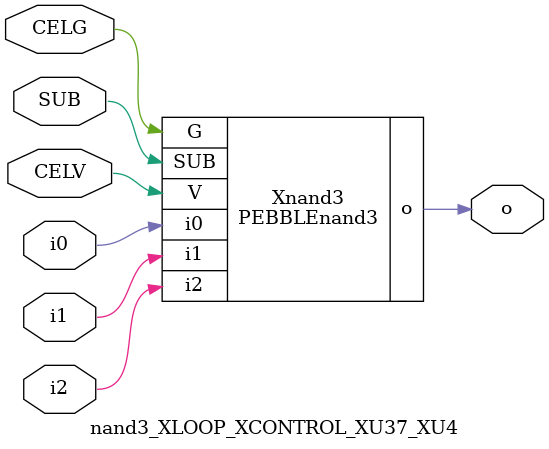
<source format=v>



module PEBBLEnand3 ( o, G, SUB, V, i0, i1, i2 );

  input i0;
  input V;
  input i2;
  input i1;
  input G;
  output o;
  input SUB;
endmodule

//Celera Confidential Do Not Copy nand3_XLOOP_XCONTROL_XU37_XU4
//Celera Confidential Symbol Generator
//5V Inverter
module nand3_XLOOP_XCONTROL_XU37_XU4 (CELV,CELG,i0,i1,i2,o,SUB);
input CELV;
input CELG;
input i0;
input i1;
input i2;
input SUB;
output o;

//Celera Confidential Do Not Copy nand3
PEBBLEnand3 Xnand3(
.V (CELV),
.i0 (i0),
.i1 (i1),
.i2 (i2),
.o (o),
.SUB (SUB),
.G (CELG)
);
//,diesize,PEBBLEnand3

//Celera Confidential Do Not Copy Module End
//Celera Schematic Generator
endmodule

</source>
